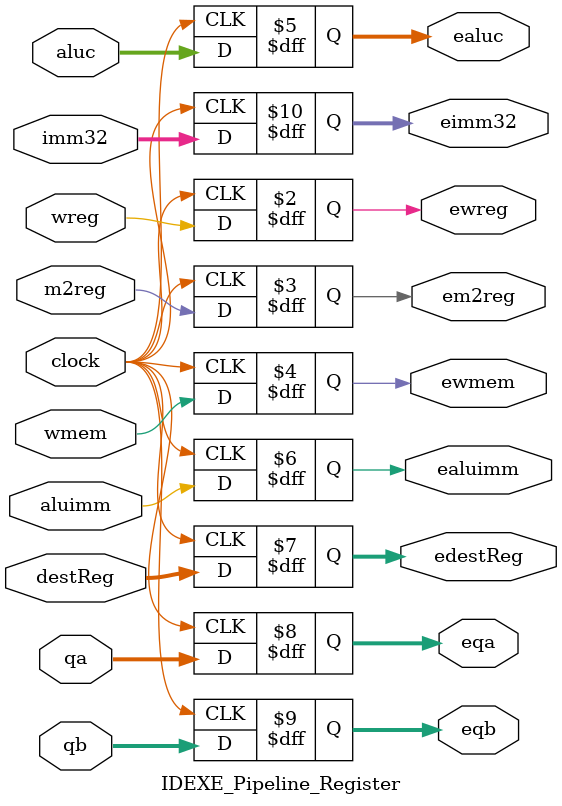
<source format=v>
`timescale 1ns / 1ps
module IDEXE_Pipeline_Register(
    input clock,
    input wreg,    //wreg
    input m2reg,    //m2reg
    input wmem,    //wmem
    input[3:0] aluc,  //aluc
    input aluimm,      //aluimm
    input[4:0] destReg,
    input[31:0] qa,
    input[31:0] qb,
    input[31:0] imm32,
    
    
    output reg ewreg,
    output reg em2reg,
    output reg ewmem,
    output reg[3:0] ealuc,
    output reg ealuimm,
    output reg[4:0] edestReg,
    output reg[31:0] eqa,
    output reg[31:0] eqb,
    output reg[31:0] eimm32
    );
    always@(posedge clock) begin
        ewreg <= wreg;
        em2reg <= m2reg;
        ewmem <= wmem;
        ealuc <= aluc;
        ealuimm <= aluimm;
        edestReg <= destReg;
        eqa <= qa;
        eqb <= qb;
        eimm32 <= imm32;
    end
endmodule

</source>
